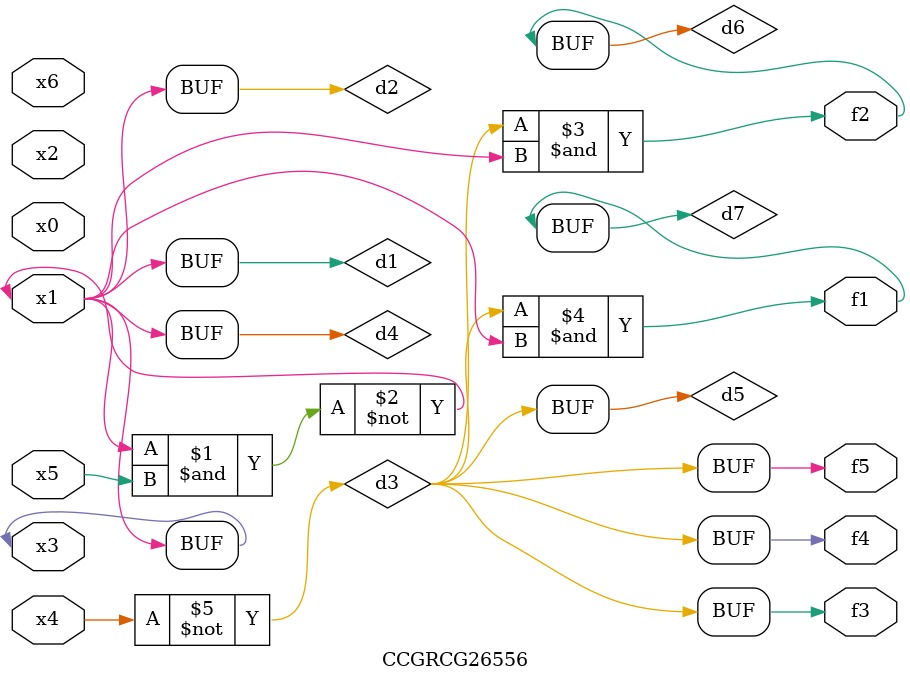
<source format=v>
module CCGRCG26556(
	input x0, x1, x2, x3, x4, x5, x6,
	output f1, f2, f3, f4, f5
);

	wire d1, d2, d3, d4, d5, d6, d7;

	buf (d1, x1, x3);
	nand (d2, x1, x5);
	not (d3, x4);
	buf (d4, d1, d2);
	buf (d5, d3);
	and (d6, d3, d4);
	and (d7, d3, d4);
	assign f1 = d7;
	assign f2 = d6;
	assign f3 = d5;
	assign f4 = d5;
	assign f5 = d5;
endmodule

</source>
